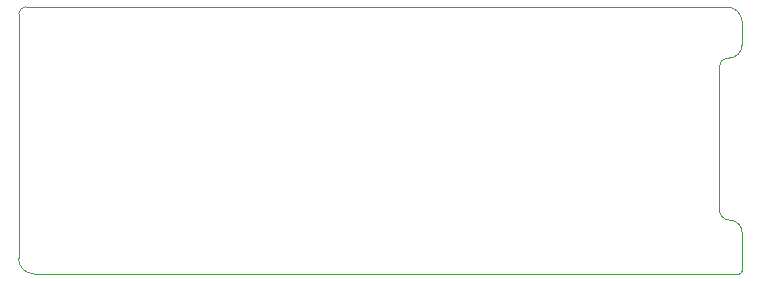
<source format=gko>
G04 Layer_Color=16711935*
%FSLAX24Y24*%
%MOIN*%
G70*
G01*
G75*
%ADD89C,0.0030*%
D89*
X239Y8900D02*
G03*
X0Y8661I0J-239D01*
G01*
X24010Y0D02*
G03*
X24120Y110I0J110D01*
G01*
X0Y516D02*
G03*
X516Y0I516J0D01*
G01*
X24120Y8384D02*
G03*
X23604Y8900I-516J0D01*
G01*
X23670Y7190D02*
G03*
X24120Y7640I0J450D01*
G01*
X23630Y7190D02*
G03*
X23360Y6920I0J-270D01*
G01*
X23363Y2129D02*
G03*
X23703Y1789I340J0D01*
G01*
X24123Y1369D02*
G03*
X23703Y1789I-420J0D01*
G01*
X0Y516D02*
Y8661D01*
X239Y8900D02*
X23604D01*
X516Y0D02*
X24010D01*
X24120Y110D02*
Y1380D01*
Y7640D02*
Y8384D01*
X23630Y7190D02*
X23670D01*
X23360Y2129D02*
Y6920D01*
M02*

</source>
